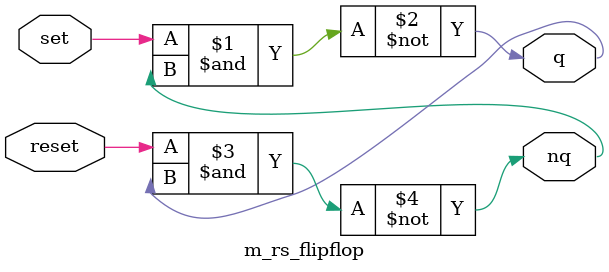
<source format=v>
module m_rs_flipflop(input set, input reset, output q, output nq);
	assign q=~(set & nq);
	assign nq=~(reset & q);
endmodule
</source>
